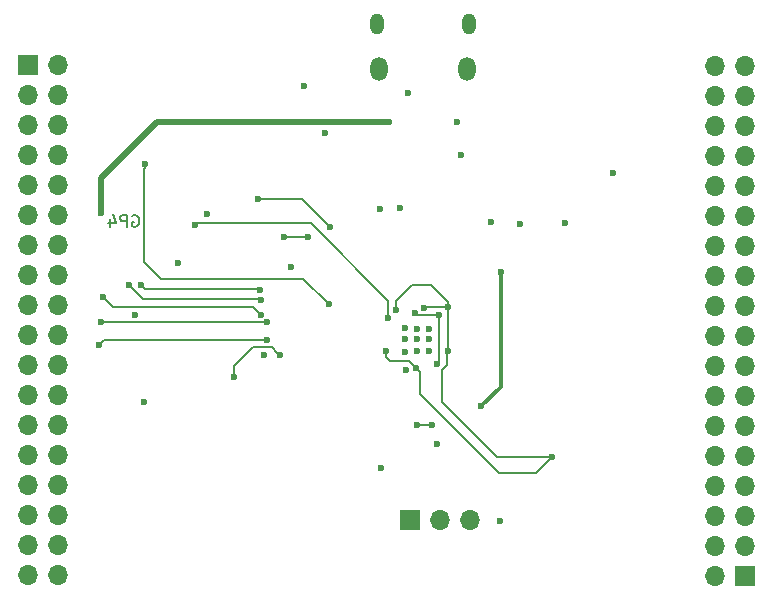
<source format=gbr>
%TF.GenerationSoftware,KiCad,Pcbnew,9.0.0*%
%TF.CreationDate,2025-07-15T18:26:09+02:00*%
%TF.ProjectId,RP2040,52503230-3430-42e6-9b69-6361645f7063,rev?*%
%TF.SameCoordinates,Original*%
%TF.FileFunction,Copper,L4,Bot*%
%TF.FilePolarity,Positive*%
%FSLAX46Y46*%
G04 Gerber Fmt 4.6, Leading zero omitted, Abs format (unit mm)*
G04 Created by KiCad (PCBNEW 9.0.0) date 2025-07-15 18:26:09*
%MOMM*%
%LPD*%
G01*
G04 APERTURE LIST*
%ADD10C,0.150000*%
%TA.AperFunction,NonConductor*%
%ADD11C,0.150000*%
%TD*%
%TA.AperFunction,ComponentPad*%
%ADD12R,1.700000X1.700000*%
%TD*%
%TA.AperFunction,ComponentPad*%
%ADD13O,1.700000X1.700000*%
%TD*%
%TA.AperFunction,HeatsinkPad*%
%ADD14O,1.150000X1.800000*%
%TD*%
%TA.AperFunction,HeatsinkPad*%
%ADD15O,1.450000X2.000000*%
%TD*%
%TA.AperFunction,ViaPad*%
%ADD16C,0.600000*%
%TD*%
%TA.AperFunction,Conductor*%
%ADD17C,0.200000*%
%TD*%
%TA.AperFunction,Conductor*%
%ADD18C,0.300000*%
%TD*%
%TA.AperFunction,Conductor*%
%ADD19C,0.500000*%
%TD*%
G04 APERTURE END LIST*
D10*
D11*
X126459411Y-51547438D02*
X126554649Y-51499819D01*
X126554649Y-51499819D02*
X126697506Y-51499819D01*
X126697506Y-51499819D02*
X126840363Y-51547438D01*
X126840363Y-51547438D02*
X126935601Y-51642676D01*
X126935601Y-51642676D02*
X126983220Y-51737914D01*
X126983220Y-51737914D02*
X127030839Y-51928390D01*
X127030839Y-51928390D02*
X127030839Y-52071247D01*
X127030839Y-52071247D02*
X126983220Y-52261723D01*
X126983220Y-52261723D02*
X126935601Y-52356961D01*
X126935601Y-52356961D02*
X126840363Y-52452200D01*
X126840363Y-52452200D02*
X126697506Y-52499819D01*
X126697506Y-52499819D02*
X126602268Y-52499819D01*
X126602268Y-52499819D02*
X126459411Y-52452200D01*
X126459411Y-52452200D02*
X126411792Y-52404580D01*
X126411792Y-52404580D02*
X126411792Y-52071247D01*
X126411792Y-52071247D02*
X126602268Y-52071247D01*
X125983220Y-52499819D02*
X125983220Y-51499819D01*
X125983220Y-51499819D02*
X125602268Y-51499819D01*
X125602268Y-51499819D02*
X125507030Y-51547438D01*
X125507030Y-51547438D02*
X125459411Y-51595057D01*
X125459411Y-51595057D02*
X125411792Y-51690295D01*
X125411792Y-51690295D02*
X125411792Y-51833152D01*
X125411792Y-51833152D02*
X125459411Y-51928390D01*
X125459411Y-51928390D02*
X125507030Y-51976009D01*
X125507030Y-51976009D02*
X125602268Y-52023628D01*
X125602268Y-52023628D02*
X125983220Y-52023628D01*
X124554649Y-51833152D02*
X124554649Y-52499819D01*
X124792744Y-51452200D02*
X125030839Y-52166485D01*
X125030839Y-52166485D02*
X124411792Y-52166485D01*
D12*
%TO.P,J1,1,Pin_1*%
%TO.N,GND*%
X117660000Y-38800000D03*
D13*
%TO.P,J1,2,Pin_2*%
%TO.N,+3V3*%
X120200000Y-38800000D03*
%TO.P,J1,3,Pin_3*%
%TO.N,GND*%
X117660000Y-41340000D03*
%TO.P,J1,4,Pin_4*%
%TO.N,GPIO0*%
X120200000Y-41340000D03*
%TO.P,J1,5,Pin_5*%
%TO.N,GND*%
X117660000Y-43880000D03*
%TO.P,J1,6,Pin_6*%
%TO.N,GPIO1*%
X120200000Y-43880000D03*
%TO.P,J1,7,Pin_7*%
%TO.N,GND*%
X117660000Y-46420000D03*
%TO.P,J1,8,Pin_8*%
%TO.N,GPIO2*%
X120200000Y-46420000D03*
%TO.P,J1,9,Pin_9*%
%TO.N,GND*%
X117660000Y-48960000D03*
%TO.P,J1,10,Pin_10*%
%TO.N,GPIO3*%
X120200000Y-48960000D03*
%TO.P,J1,11,Pin_11*%
%TO.N,GND*%
X117660000Y-51500000D03*
%TO.P,J1,12,Pin_12*%
%TO.N,GPIO4*%
X120200000Y-51500000D03*
%TO.P,J1,13,Pin_13*%
%TO.N,GND*%
X117660000Y-54040000D03*
%TO.P,J1,14,Pin_14*%
%TO.N,GPIO5*%
X120200000Y-54040000D03*
%TO.P,J1,15,Pin_15*%
%TO.N,GND*%
X117660000Y-56580000D03*
%TO.P,J1,16,Pin_16*%
%TO.N,GPIO6*%
X120200000Y-56580000D03*
%TO.P,J1,17,Pin_17*%
%TO.N,GND*%
X117660000Y-59120000D03*
%TO.P,J1,18,Pin_18*%
%TO.N,GPIO7*%
X120200000Y-59120000D03*
%TO.P,J1,19,Pin_19*%
%TO.N,GND*%
X117660000Y-61660000D03*
%TO.P,J1,20,Pin_20*%
%TO.N,GPIO8*%
X120200000Y-61660000D03*
%TO.P,J1,21,Pin_21*%
%TO.N,GND*%
X117660000Y-64200000D03*
%TO.P,J1,22,Pin_22*%
%TO.N,GPIO9*%
X120200000Y-64200000D03*
%TO.P,J1,23,Pin_23*%
%TO.N,GND*%
X117660000Y-66740000D03*
%TO.P,J1,24,Pin_24*%
%TO.N,GPIO10*%
X120200000Y-66740000D03*
%TO.P,J1,25,Pin_25*%
%TO.N,GND*%
X117660000Y-69280000D03*
%TO.P,J1,26,Pin_26*%
%TO.N,GPIO11*%
X120200000Y-69280000D03*
%TO.P,J1,27,Pin_27*%
%TO.N,GND*%
X117660000Y-71820000D03*
%TO.P,J1,28,Pin_28*%
%TO.N,GPIO12*%
X120200000Y-71820000D03*
%TO.P,J1,29,Pin_29*%
%TO.N,GND*%
X117660000Y-74360000D03*
%TO.P,J1,30,Pin_30*%
%TO.N,GPIO13*%
X120200000Y-74360000D03*
%TO.P,J1,31,Pin_31*%
%TO.N,GND*%
X117660000Y-76900000D03*
%TO.P,J1,32,Pin_32*%
%TO.N,GPIO14*%
X120200000Y-76900000D03*
%TO.P,J1,33,Pin_33*%
%TO.N,GND*%
X117660000Y-79440000D03*
%TO.P,J1,34,Pin_34*%
%TO.N,GPIO15*%
X120200000Y-79440000D03*
%TO.P,J1,35,Pin_35*%
%TO.N,GND*%
X117660000Y-81980000D03*
%TO.P,J1,36,Pin_36*%
X120200000Y-81980000D03*
%TD*%
D12*
%TO.P,SWD,1,Pin_1*%
%TO.N,SWCLK*%
X150005000Y-77340000D03*
D13*
%TO.P,SWD,2,Pin_2*%
%TO.N,SWD*%
X152545000Y-77340000D03*
%TO.P,SWD,3,Pin_3*%
%TO.N,GND*%
X155085000Y-77340000D03*
%TD*%
D12*
%TO.P,J2,1,Pin_1*%
%TO.N,GND*%
X178300000Y-82040000D03*
D13*
%TO.P,J2,2,Pin_2*%
%TO.N,+3V3*%
X175760000Y-82040000D03*
%TO.P,J2,3,Pin_3*%
%TO.N,GND*%
X178300000Y-79500000D03*
%TO.P,J2,4,Pin_4*%
%TO.N,GPIO16*%
X175760000Y-79500000D03*
%TO.P,J2,5,Pin_5*%
%TO.N,GND*%
X178300000Y-76960000D03*
%TO.P,J2,6,Pin_6*%
%TO.N,GPIO17*%
X175760000Y-76960000D03*
%TO.P,J2,7,Pin_7*%
%TO.N,GND*%
X178300000Y-74420000D03*
%TO.P,J2,8,Pin_8*%
%TO.N,GPIO18*%
X175760000Y-74420000D03*
%TO.P,J2,9,Pin_9*%
%TO.N,GND*%
X178300000Y-71880000D03*
%TO.P,J2,10,Pin_10*%
%TO.N,GPIO19*%
X175760000Y-71880000D03*
%TO.P,J2,11,Pin_11*%
%TO.N,GND*%
X178300000Y-69340000D03*
%TO.P,J2,12,Pin_12*%
%TO.N,GPIO20*%
X175760000Y-69340000D03*
%TO.P,J2,13,Pin_13*%
%TO.N,GND*%
X178300000Y-66800000D03*
%TO.P,J2,14,Pin_14*%
%TO.N,GPIO21*%
X175760000Y-66800000D03*
%TO.P,J2,15,Pin_15*%
%TO.N,GND*%
X178300000Y-64260000D03*
%TO.P,J2,16,Pin_16*%
%TO.N,GPIO22*%
X175760000Y-64260000D03*
%TO.P,J2,17,Pin_17*%
%TO.N,GND*%
X178300000Y-61720000D03*
%TO.P,J2,18,Pin_18*%
%TO.N,GPIO23*%
X175760000Y-61720000D03*
%TO.P,J2,19,Pin_19*%
%TO.N,GND*%
X178300000Y-59180000D03*
%TO.P,J2,20,Pin_20*%
%TO.N,GPIO24*%
X175760000Y-59180000D03*
%TO.P,J2,21,Pin_21*%
%TO.N,GND*%
X178300000Y-56640000D03*
%TO.P,J2,22,Pin_22*%
%TO.N,GPIO25*%
X175760000Y-56640000D03*
%TO.P,J2,23,Pin_23*%
%TO.N,GND*%
X178300000Y-54100000D03*
%TO.P,J2,24,Pin_24*%
%TO.N,GPIO26_ADC0*%
X175760000Y-54100000D03*
%TO.P,J2,25,Pin_25*%
%TO.N,GND*%
X178300000Y-51560000D03*
%TO.P,J2,26,Pin_26*%
%TO.N,GPIO27_ADC1*%
X175760000Y-51560000D03*
%TO.P,J2,27,Pin_27*%
%TO.N,GND*%
X178300000Y-49020000D03*
%TO.P,J2,28,Pin_28*%
%TO.N,GPIO28_ADC2*%
X175760000Y-49020000D03*
%TO.P,J2,29,Pin_29*%
%TO.N,GND*%
X178300000Y-46480000D03*
%TO.P,J2,30,Pin_30*%
%TO.N,GPIO29_ADC3*%
X175760000Y-46480000D03*
%TO.P,J2,31,Pin_31*%
%TO.N,GND*%
X178300000Y-43940000D03*
%TO.P,J2,32,Pin_32*%
%TO.N,unconnected-(J2-Pin_32-Pad32)*%
X175760000Y-43940000D03*
%TO.P,J2,33,Pin_33*%
%TO.N,GND*%
X178300000Y-41400000D03*
%TO.P,J2,34,Pin_34*%
%TO.N,unconnected-(J2-Pin_34-Pad34)*%
X175760000Y-41400000D03*
%TO.P,J2,35,Pin_35*%
%TO.N,GND*%
X178300000Y-38860000D03*
%TO.P,J2,36,Pin_36*%
X175760000Y-38860000D03*
%TD*%
D14*
%TO.P,USB,6,Shield*%
%TO.N,GND*%
X154930000Y-35355000D03*
D15*
X154780000Y-39155000D03*
X147330000Y-39155000D03*
D14*
X147180000Y-35355000D03*
%TD*%
D16*
%TO.N,GND*%
X149530000Y-61080000D03*
X127425000Y-67325000D03*
X149540000Y-62020000D03*
X132760000Y-51405000D03*
X137590000Y-63370000D03*
X159240000Y-52230000D03*
X156790000Y-52110000D03*
X163110000Y-52200000D03*
X150585000Y-62020000D03*
X151600000Y-61990000D03*
X149597315Y-64635185D03*
X150570000Y-63020000D03*
X142770000Y-44570000D03*
X154260000Y-46440000D03*
X140960000Y-40600000D03*
X151590000Y-61150000D03*
X153980000Y-43660000D03*
X152280000Y-70860000D03*
X130280000Y-55540000D03*
X149135000Y-50900000D03*
X167120000Y-47920000D03*
X157600000Y-77380000D03*
X139920000Y-55870000D03*
X147425000Y-50960000D03*
X150560000Y-61140000D03*
X151600000Y-63020000D03*
X149770000Y-41190000D03*
X126710000Y-59990000D03*
X149530000Y-63070000D03*
X147517500Y-72910000D03*
%TO.N,+3V3*%
X162020000Y-71960000D03*
X151146290Y-59360491D03*
X150490000Y-64490000D03*
X153180000Y-59300000D03*
X147967668Y-63029497D03*
X148794923Y-59520000D03*
X153160000Y-63020000D03*
%TO.N,+1V1*%
X150520000Y-69320000D03*
X152240000Y-64130000D03*
X150385000Y-59805000D03*
X152426391Y-59982128D03*
X151800000Y-69310000D03*
%TO.N,Net-(SW2-B)*%
X157630000Y-56310000D03*
X156010000Y-67660000D03*
%TO.N,VBUS*%
X123830000Y-51320000D03*
X148200000Y-43650000D03*
%TO.N,GPIO8*%
X137830000Y-62060000D03*
X123610000Y-62520000D03*
%TO.N,GPIO7*%
X123790000Y-60550000D03*
X137860000Y-60560000D03*
%TO.N,GPIO6*%
X123960000Y-58470000D03*
X137349944Y-59943683D03*
%TO.N,GPIO9*%
X135100000Y-65250000D03*
X138955735Y-63344265D03*
%TO.N,GPIO5*%
X137340000Y-58660000D03*
X126180000Y-57450000D03*
%TO.N,GPIO4*%
X137275347Y-57862614D03*
X127150000Y-57410000D03*
%TO.N,GPIO0*%
X127490000Y-47170000D03*
X143065735Y-59074265D03*
%TO.N,GPIO1*%
X131750000Y-52330000D03*
X148140000Y-60210000D03*
%TO.N,QSPI_SD2*%
X143225000Y-52505000D03*
X137120000Y-50130000D03*
%TO.N,QSPI_SD1*%
X139270000Y-53400000D03*
X141300000Y-53370000D03*
%TD*%
D17*
%TO.N,+3V3*%
X153180000Y-58850000D02*
X153180000Y-59300000D01*
X148764923Y-59490000D02*
X148794923Y-59520000D01*
X153090000Y-63090000D02*
X153090000Y-64210000D01*
X150490000Y-64490000D02*
X149860000Y-63860000D01*
X151780000Y-57450000D02*
X153180000Y-58850000D01*
X153180000Y-63000000D02*
X153160000Y-63020000D01*
X161990000Y-71990000D02*
X162020000Y-71960000D01*
X150785000Y-64785000D02*
X150785000Y-66635000D01*
X153090000Y-64210000D02*
X152670000Y-64630000D01*
X160590000Y-73390000D02*
X162020000Y-71960000D01*
X151206781Y-59300000D02*
X151146290Y-59360491D01*
X153180000Y-59300000D02*
X153180000Y-63000000D01*
X148794923Y-59520000D02*
X148794923Y-58815077D01*
X148750000Y-59490000D02*
X148764923Y-59490000D01*
X153180000Y-59300000D02*
X151206781Y-59300000D01*
X150160000Y-57450000D02*
X151780000Y-57450000D01*
X157540000Y-73390000D02*
X160590000Y-73390000D01*
X152670000Y-67310000D02*
X157350000Y-71990000D01*
X152670000Y-64630000D02*
X152670000Y-67310000D01*
X150785000Y-66635000D02*
X157540000Y-73390000D01*
X149860000Y-63860000D02*
X148270000Y-63860000D01*
X148270000Y-63860000D02*
X147967668Y-63557668D01*
X153160000Y-63020000D02*
X153090000Y-63090000D01*
X147967668Y-63557668D02*
X147967668Y-63029497D01*
X150490000Y-64490000D02*
X150785000Y-64785000D01*
X157350000Y-71990000D02*
X161990000Y-71990000D01*
X148794923Y-58815077D02*
X150160000Y-57450000D01*
%TO.N,+1V1*%
X150530000Y-69310000D02*
X150520000Y-69320000D01*
X152426391Y-63943609D02*
X152240000Y-64130000D01*
X152249146Y-59982128D02*
X152426391Y-59982128D01*
X152228509Y-59961491D02*
X152249146Y-59982128D01*
X152426391Y-59982128D02*
X152426391Y-63943609D01*
X152426391Y-59982128D02*
X152540000Y-60095737D01*
X150385000Y-59805000D02*
X150562128Y-59982128D01*
X150562128Y-59982128D02*
X152426391Y-59982128D01*
X151800000Y-69310000D02*
X150530000Y-69310000D01*
D18*
%TO.N,Net-(SW2-B)*%
X157630000Y-56310000D02*
X157630000Y-66040000D01*
X157630000Y-66040000D02*
X156010000Y-67660000D01*
D19*
%TO.N,VBUS*%
X128560000Y-43650000D02*
X123830000Y-48380000D01*
X148200000Y-43650000D02*
X128560000Y-43650000D01*
X123830000Y-48380000D02*
X123830000Y-51320000D01*
D17*
%TO.N,GPIO8*%
X137830000Y-62060000D02*
X124070000Y-62060000D01*
X124070000Y-62060000D02*
X123610000Y-62520000D01*
%TO.N,GPIO7*%
X137829000Y-60591000D02*
X123831000Y-60591000D01*
X123831000Y-60591000D02*
X123790000Y-60550000D01*
X137860000Y-60560000D02*
X137829000Y-60591000D01*
%TO.N,GPIO6*%
X137349944Y-59943683D02*
X136706261Y-59300000D01*
X124790000Y-59300000D02*
X123960000Y-58470000D01*
X136706261Y-59300000D02*
X124790000Y-59300000D01*
%TO.N,GPIO9*%
X136670000Y-62680000D02*
X138240000Y-62680000D01*
X138771470Y-63160000D02*
X138955735Y-63344265D01*
X135100000Y-65250000D02*
X135100000Y-64250000D01*
X138720000Y-63160000D02*
X138771470Y-63160000D01*
X135100000Y-64250000D02*
X136670000Y-62680000D01*
X138240000Y-62680000D02*
X138720000Y-63160000D01*
%TO.N,GPIO5*%
X127370000Y-58640000D02*
X126180000Y-57450000D01*
X137320000Y-58640000D02*
X127370000Y-58640000D01*
X137340000Y-58660000D02*
X137320000Y-58640000D01*
%TO.N,GPIO4*%
X132465735Y-57785735D02*
X132470000Y-57790000D01*
X127150000Y-57410000D02*
X127525735Y-57785735D01*
X132470000Y-57790000D02*
X137202733Y-57790000D01*
X137230000Y-57690000D02*
X137290000Y-57630000D01*
X127525735Y-57785735D02*
X132465735Y-57785735D01*
X137230000Y-57817267D02*
X137230000Y-57690000D01*
X137202733Y-57790000D02*
X137275347Y-57862614D01*
X137275347Y-57862614D02*
X137230000Y-57817267D01*
%TO.N,GPIO0*%
X127469265Y-52940735D02*
X127460000Y-52950000D01*
X127469265Y-51340735D02*
X127469265Y-52940735D01*
X127460000Y-55510000D02*
X128901000Y-56951000D01*
X127490000Y-47170000D02*
X127490000Y-47510000D01*
X127469265Y-47530735D02*
X127469265Y-51340735D01*
X127490000Y-47510000D02*
X127469265Y-47530735D01*
X143065735Y-59074265D02*
X142960000Y-59180000D01*
X140942470Y-56951000D02*
X143065735Y-59074265D01*
X128901000Y-56951000D02*
X140942470Y-56951000D01*
X127460000Y-52950000D02*
X127460000Y-55510000D01*
%TO.N,GPIO1*%
X141569000Y-52199000D02*
X148140000Y-58770000D01*
X148140000Y-58770000D02*
X148140000Y-60210000D01*
X131881000Y-52199000D02*
X141569000Y-52199000D01*
X131750000Y-52330000D02*
X131881000Y-52199000D01*
%TO.N,QSPI_SD2*%
X143225000Y-52505000D02*
X140850000Y-50130000D01*
X140850000Y-50130000D02*
X137120000Y-50130000D01*
%TO.N,QSPI_SD1*%
X139270000Y-53400000D02*
X141270000Y-53400000D01*
X141270000Y-53400000D02*
X141300000Y-53370000D01*
%TD*%
M02*

</source>
